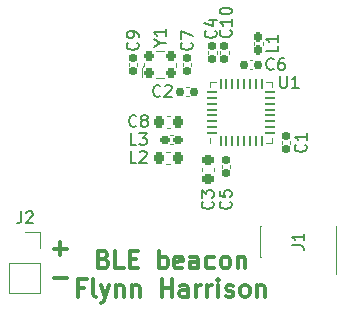
<source format=gto>
%TF.GenerationSoftware,KiCad,Pcbnew,(6.0.1)*%
%TF.CreationDate,2022-03-11T00:24:32+11:00*%
%TF.ProjectId,BLE_beacon,424c455f-6265-4616-936f-6e2e6b696361,rev?*%
%TF.SameCoordinates,PX7e67600PY5e0b320*%
%TF.FileFunction,Legend,Top*%
%TF.FilePolarity,Positive*%
%FSLAX46Y46*%
G04 Gerber Fmt 4.6, Leading zero omitted, Abs format (unit mm)*
G04 Created by KiCad (PCBNEW (6.0.1)) date 2022-03-11 00:24:32*
%MOMM*%
%LPD*%
G01*
G04 APERTURE LIST*
G04 Aperture macros list*
%AMRoundRect*
0 Rectangle with rounded corners*
0 $1 Rounding radius*
0 $2 $3 $4 $5 $6 $7 $8 $9 X,Y pos of 4 corners*
0 Add a 4 corners polygon primitive as box body*
4,1,4,$2,$3,$4,$5,$6,$7,$8,$9,$2,$3,0*
0 Add four circle primitives for the rounded corners*
1,1,$1+$1,$2,$3*
1,1,$1+$1,$4,$5*
1,1,$1+$1,$6,$7*
1,1,$1+$1,$8,$9*
0 Add four rect primitives between the rounded corners*
20,1,$1+$1,$2,$3,$4,$5,0*
20,1,$1+$1,$4,$5,$6,$7,0*
20,1,$1+$1,$6,$7,$8,$9,0*
20,1,$1+$1,$8,$9,$2,$3,0*%
G04 Aperture macros list end*
%ADD10C,0.300000*%
%ADD11C,0.150000*%
%ADD12C,0.120000*%
%ADD13RoundRect,0.062500X0.062500X-0.337500X0.062500X0.337500X-0.062500X0.337500X-0.062500X-0.337500X0*%
%ADD14RoundRect,0.062500X0.337500X-0.062500X0.337500X0.062500X-0.337500X0.062500X-0.337500X-0.062500X0*%
%ADD15R,3.600000X3.600000*%
%ADD16RoundRect,0.155000X-0.155000X0.212500X-0.155000X-0.212500X0.155000X-0.212500X0.155000X0.212500X0*%
%ADD17R,1.700000X1.700000*%
%ADD18O,1.700000X1.700000*%
%ADD19RoundRect,0.160000X-0.222500X-0.160000X0.222500X-0.160000X0.222500X0.160000X-0.222500X0.160000X0*%
%ADD20RoundRect,0.225000X0.225000X0.250000X-0.225000X0.250000X-0.225000X-0.250000X0.225000X-0.250000X0*%
%ADD21RoundRect,0.155000X0.212500X0.155000X-0.212500X0.155000X-0.212500X-0.155000X0.212500X-0.155000X0*%
%ADD22RoundRect,0.160000X-0.160000X0.222500X-0.160000X-0.222500X0.160000X-0.222500X0.160000X0.222500X0*%
%ADD23R,0.750000X2.100000*%
%ADD24RoundRect,0.218750X0.218750X0.256250X-0.218750X0.256250X-0.218750X-0.256250X0.218750X-0.256250X0*%
%ADD25C,0.700000*%
%ADD26C,4.400000*%
%ADD27RoundRect,0.155000X0.155000X-0.212500X0.155000X0.212500X-0.155000X0.212500X-0.155000X-0.212500X0*%
%ADD28RoundRect,0.200000X0.250000X-0.200000X0.250000X0.200000X-0.250000X0.200000X-0.250000X-0.200000X0*%
%ADD29RoundRect,0.225000X-0.250000X0.225000X-0.250000X-0.225000X0.250000X-0.225000X0.250000X0.225000X0*%
G04 APERTURE END LIST*
D10*
X6084571Y3304858D02*
X7227428Y3304858D01*
X6084571Y5804858D02*
X7227428Y5804858D01*
X6656000Y5233429D02*
X6656000Y6376286D01*
X10306000Y4926643D02*
X10520285Y4855215D01*
X10591714Y4783786D01*
X10663142Y4640929D01*
X10663142Y4426643D01*
X10591714Y4283786D01*
X10520285Y4212358D01*
X10377428Y4140929D01*
X9806000Y4140929D01*
X9806000Y5640929D01*
X10306000Y5640929D01*
X10448857Y5569500D01*
X10520285Y5498072D01*
X10591714Y5355215D01*
X10591714Y5212358D01*
X10520285Y5069500D01*
X10448857Y4998072D01*
X10306000Y4926643D01*
X9806000Y4926643D01*
X12020285Y4140929D02*
X11306000Y4140929D01*
X11306000Y5640929D01*
X12520285Y4926643D02*
X13020285Y4926643D01*
X13234571Y4140929D02*
X12520285Y4140929D01*
X12520285Y5640929D01*
X13234571Y5640929D01*
X15020285Y4140929D02*
X15020285Y5640929D01*
X15020285Y5069500D02*
X15163142Y5140929D01*
X15448857Y5140929D01*
X15591714Y5069500D01*
X15663142Y4998072D01*
X15734571Y4855215D01*
X15734571Y4426643D01*
X15663142Y4283786D01*
X15591714Y4212358D01*
X15448857Y4140929D01*
X15163142Y4140929D01*
X15020285Y4212358D01*
X16948857Y4212358D02*
X16806000Y4140929D01*
X16520285Y4140929D01*
X16377428Y4212358D01*
X16306000Y4355215D01*
X16306000Y4926643D01*
X16377428Y5069500D01*
X16520285Y5140929D01*
X16806000Y5140929D01*
X16948857Y5069500D01*
X17020285Y4926643D01*
X17020285Y4783786D01*
X16306000Y4640929D01*
X18306000Y4140929D02*
X18306000Y4926643D01*
X18234571Y5069500D01*
X18091714Y5140929D01*
X17806000Y5140929D01*
X17663142Y5069500D01*
X18306000Y4212358D02*
X18163142Y4140929D01*
X17806000Y4140929D01*
X17663142Y4212358D01*
X17591714Y4355215D01*
X17591714Y4498072D01*
X17663142Y4640929D01*
X17806000Y4712358D01*
X18163142Y4712358D01*
X18306000Y4783786D01*
X19663142Y4212358D02*
X19520285Y4140929D01*
X19234571Y4140929D01*
X19091714Y4212358D01*
X19020285Y4283786D01*
X18948857Y4426643D01*
X18948857Y4855215D01*
X19020285Y4998072D01*
X19091714Y5069500D01*
X19234571Y5140929D01*
X19520285Y5140929D01*
X19663142Y5069500D01*
X20520285Y4140929D02*
X20377428Y4212358D01*
X20306000Y4283786D01*
X20234571Y4426643D01*
X20234571Y4855215D01*
X20306000Y4998072D01*
X20377428Y5069500D01*
X20520285Y5140929D01*
X20734571Y5140929D01*
X20877428Y5069500D01*
X20948857Y4998072D01*
X21020285Y4855215D01*
X21020285Y4426643D01*
X20948857Y4283786D01*
X20877428Y4212358D01*
X20734571Y4140929D01*
X20520285Y4140929D01*
X21663142Y5140929D02*
X21663142Y4140929D01*
X21663142Y4998072D02*
X21734571Y5069500D01*
X21877428Y5140929D01*
X22091714Y5140929D01*
X22234571Y5069500D01*
X22306000Y4926643D01*
X22306000Y4140929D01*
X8663142Y2511643D02*
X8163142Y2511643D01*
X8163142Y1725929D02*
X8163142Y3225929D01*
X8877428Y3225929D01*
X9663142Y1725929D02*
X9520285Y1797358D01*
X9448857Y1940215D01*
X9448857Y3225929D01*
X10091714Y2725929D02*
X10448857Y1725929D01*
X10806000Y2725929D02*
X10448857Y1725929D01*
X10306000Y1368786D01*
X10234571Y1297358D01*
X10091714Y1225929D01*
X11377428Y2725929D02*
X11377428Y1725929D01*
X11377428Y2583072D02*
X11448857Y2654500D01*
X11591714Y2725929D01*
X11806000Y2725929D01*
X11948857Y2654500D01*
X12020285Y2511643D01*
X12020285Y1725929D01*
X12734571Y2725929D02*
X12734571Y1725929D01*
X12734571Y2583072D02*
X12806000Y2654500D01*
X12948857Y2725929D01*
X13163142Y2725929D01*
X13306000Y2654500D01*
X13377428Y2511643D01*
X13377428Y1725929D01*
X15234571Y1725929D02*
X15234571Y3225929D01*
X15234571Y2511643D02*
X16091714Y2511643D01*
X16091714Y1725929D02*
X16091714Y3225929D01*
X17448857Y1725929D02*
X17448857Y2511643D01*
X17377428Y2654500D01*
X17234571Y2725929D01*
X16948857Y2725929D01*
X16806000Y2654500D01*
X17448857Y1797358D02*
X17306000Y1725929D01*
X16948857Y1725929D01*
X16806000Y1797358D01*
X16734571Y1940215D01*
X16734571Y2083072D01*
X16806000Y2225929D01*
X16948857Y2297358D01*
X17306000Y2297358D01*
X17448857Y2368786D01*
X18163142Y1725929D02*
X18163142Y2725929D01*
X18163142Y2440215D02*
X18234571Y2583072D01*
X18306000Y2654500D01*
X18448857Y2725929D01*
X18591714Y2725929D01*
X19091714Y1725929D02*
X19091714Y2725929D01*
X19091714Y2440215D02*
X19163142Y2583072D01*
X19234571Y2654500D01*
X19377428Y2725929D01*
X19520285Y2725929D01*
X20020285Y1725929D02*
X20020285Y2725929D01*
X20020285Y3225929D02*
X19948857Y3154500D01*
X20020285Y3083072D01*
X20091714Y3154500D01*
X20020285Y3225929D01*
X20020285Y3083072D01*
X20663142Y1797358D02*
X20806000Y1725929D01*
X21091714Y1725929D01*
X21234571Y1797358D01*
X21306000Y1940215D01*
X21306000Y2011643D01*
X21234571Y2154500D01*
X21091714Y2225929D01*
X20877428Y2225929D01*
X20734571Y2297358D01*
X20663142Y2440215D01*
X20663142Y2511643D01*
X20734571Y2654500D01*
X20877428Y2725929D01*
X21091714Y2725929D01*
X21234571Y2654500D01*
X22163142Y1725929D02*
X22020285Y1797358D01*
X21948857Y1868786D01*
X21877428Y2011643D01*
X21877428Y2440215D01*
X21948857Y2583072D01*
X22020285Y2654500D01*
X22163142Y2725929D01*
X22377428Y2725929D01*
X22520285Y2654500D01*
X22591714Y2583072D01*
X22663142Y2440215D01*
X22663142Y2011643D01*
X22591714Y1868786D01*
X22520285Y1797358D01*
X22377428Y1725929D01*
X22163142Y1725929D01*
X23306000Y2725929D02*
X23306000Y1725929D01*
X23306000Y2583072D02*
X23377428Y2654500D01*
X23520285Y2725929D01*
X23734571Y2725929D01*
X23877428Y2654500D01*
X23948857Y2511643D01*
X23948857Y1725929D01*
D11*
%TO.C,U1*%
X25260095Y20419620D02*
X25260095Y19610096D01*
X25307714Y19514858D01*
X25355333Y19467239D01*
X25450571Y19419620D01*
X25641047Y19419620D01*
X25736285Y19467239D01*
X25783904Y19514858D01*
X25831523Y19610096D01*
X25831523Y20419620D01*
X26831523Y19419620D02*
X26260095Y19419620D01*
X26545809Y19419620D02*
X26545809Y20419620D01*
X26450571Y20276762D01*
X26355333Y20181524D01*
X26260095Y20133905D01*
%TO.C,C9*%
X13171142Y23261334D02*
X13218761Y23213715D01*
X13266380Y23070858D01*
X13266380Y22975620D01*
X13218761Y22832762D01*
X13123523Y22737524D01*
X13028285Y22689905D01*
X12837809Y22642286D01*
X12694952Y22642286D01*
X12504476Y22689905D01*
X12409238Y22737524D01*
X12314000Y22832762D01*
X12266380Y22975620D01*
X12266380Y23070858D01*
X12314000Y23213715D01*
X12361619Y23261334D01*
X13266380Y23737524D02*
X13266380Y23928000D01*
X13218761Y24023239D01*
X13171142Y24070858D01*
X13028285Y24166096D01*
X12837809Y24213715D01*
X12456857Y24213715D01*
X12361619Y24166096D01*
X12314000Y24118477D01*
X12266380Y24023239D01*
X12266380Y23832762D01*
X12314000Y23737524D01*
X12361619Y23689905D01*
X12456857Y23642286D01*
X12694952Y23642286D01*
X12790190Y23689905D01*
X12837809Y23737524D01*
X12885428Y23832762D01*
X12885428Y24023239D01*
X12837809Y24118477D01*
X12790190Y24166096D01*
X12694952Y24213715D01*
%TO.C,J2*%
X3322666Y8959620D02*
X3322666Y8245334D01*
X3275047Y8102477D01*
X3179809Y8007239D01*
X3036952Y7959620D01*
X2941714Y7959620D01*
X3751238Y8864381D02*
X3798857Y8912000D01*
X3894095Y8959620D01*
X4132190Y8959620D01*
X4227428Y8912000D01*
X4275047Y8864381D01*
X4322666Y8769143D01*
X4322666Y8673905D01*
X4275047Y8531048D01*
X3703619Y7959620D01*
X4322666Y7959620D01*
%TO.C,L3*%
X13085333Y14593620D02*
X12609142Y14593620D01*
X12609142Y15593620D01*
X13323428Y15593620D02*
X13942476Y15593620D01*
X13609142Y15212667D01*
X13752000Y15212667D01*
X13847238Y15165048D01*
X13894857Y15117429D01*
X13942476Y15022191D01*
X13942476Y14784096D01*
X13894857Y14688858D01*
X13847238Y14641239D01*
X13752000Y14593620D01*
X13466285Y14593620D01*
X13371047Y14641239D01*
X13323428Y14688858D01*
%TO.C,C5*%
X21045142Y9799334D02*
X21092761Y9751715D01*
X21140380Y9608858D01*
X21140380Y9513620D01*
X21092761Y9370762D01*
X20997523Y9275524D01*
X20902285Y9227905D01*
X20711809Y9180286D01*
X20568952Y9180286D01*
X20378476Y9227905D01*
X20283238Y9275524D01*
X20188000Y9370762D01*
X20140380Y9513620D01*
X20140380Y9608858D01*
X20188000Y9751715D01*
X20235619Y9799334D01*
X20140380Y10704096D02*
X20140380Y10227905D01*
X20616571Y10180286D01*
X20568952Y10227905D01*
X20521333Y10323143D01*
X20521333Y10561239D01*
X20568952Y10656477D01*
X20616571Y10704096D01*
X20711809Y10751715D01*
X20949904Y10751715D01*
X21045142Y10704096D01*
X21092761Y10656477D01*
X21140380Y10561239D01*
X21140380Y10323143D01*
X21092761Y10227905D01*
X21045142Y10180286D01*
%TO.C,C8*%
X13085333Y16212858D02*
X13037714Y16165239D01*
X12894857Y16117620D01*
X12799619Y16117620D01*
X12656761Y16165239D01*
X12561523Y16260477D01*
X12513904Y16355715D01*
X12466285Y16546191D01*
X12466285Y16689048D01*
X12513904Y16879524D01*
X12561523Y16974762D01*
X12656761Y17070000D01*
X12799619Y17117620D01*
X12894857Y17117620D01*
X13037714Y17070000D01*
X13085333Y17022381D01*
X13656761Y16689048D02*
X13561523Y16736667D01*
X13513904Y16784286D01*
X13466285Y16879524D01*
X13466285Y16927143D01*
X13513904Y17022381D01*
X13561523Y17070000D01*
X13656761Y17117620D01*
X13847238Y17117620D01*
X13942476Y17070000D01*
X13990095Y17022381D01*
X14037714Y16927143D01*
X14037714Y16879524D01*
X13990095Y16784286D01*
X13942476Y16736667D01*
X13847238Y16689048D01*
X13656761Y16689048D01*
X13561523Y16641429D01*
X13513904Y16593810D01*
X13466285Y16498572D01*
X13466285Y16308096D01*
X13513904Y16212858D01*
X13561523Y16165239D01*
X13656761Y16117620D01*
X13847238Y16117620D01*
X13942476Y16165239D01*
X13990095Y16212858D01*
X14037714Y16308096D01*
X14037714Y16498572D01*
X13990095Y16593810D01*
X13942476Y16641429D01*
X13847238Y16689048D01*
%TO.C,C2*%
X15117333Y18752858D02*
X15069714Y18705239D01*
X14926857Y18657620D01*
X14831619Y18657620D01*
X14688761Y18705239D01*
X14593523Y18800477D01*
X14545904Y18895715D01*
X14498285Y19086191D01*
X14498285Y19229048D01*
X14545904Y19419524D01*
X14593523Y19514762D01*
X14688761Y19610000D01*
X14831619Y19657620D01*
X14926857Y19657620D01*
X15069714Y19610000D01*
X15117333Y19562381D01*
X15498285Y19562381D02*
X15545904Y19610000D01*
X15641142Y19657620D01*
X15879238Y19657620D01*
X15974476Y19610000D01*
X16022095Y19562381D01*
X16069714Y19467143D01*
X16069714Y19371905D01*
X16022095Y19229048D01*
X15450666Y18657620D01*
X16069714Y18657620D01*
%TO.C,L1*%
X25034380Y23007334D02*
X25034380Y22531143D01*
X24034380Y22531143D01*
X25034380Y23864477D02*
X25034380Y23293048D01*
X25034380Y23578762D02*
X24034380Y23578762D01*
X24177238Y23483524D01*
X24272476Y23388286D01*
X24320095Y23293048D01*
%TO.C,J1*%
X26236380Y6076667D02*
X26950666Y6076667D01*
X27093523Y6029048D01*
X27188761Y5933810D01*
X27236380Y5790953D01*
X27236380Y5695715D01*
X27236380Y7076667D02*
X27236380Y6505239D01*
X27236380Y6790953D02*
X26236380Y6790953D01*
X26379238Y6695715D01*
X26474476Y6600477D01*
X26522095Y6505239D01*
%TO.C,C6*%
X24704333Y21038858D02*
X24656714Y20991239D01*
X24513857Y20943620D01*
X24418619Y20943620D01*
X24275761Y20991239D01*
X24180523Y21086477D01*
X24132904Y21181715D01*
X24085285Y21372191D01*
X24085285Y21515048D01*
X24132904Y21705524D01*
X24180523Y21800762D01*
X24275761Y21896000D01*
X24418619Y21943620D01*
X24513857Y21943620D01*
X24656714Y21896000D01*
X24704333Y21848381D01*
X25561476Y21943620D02*
X25371000Y21943620D01*
X25275761Y21896000D01*
X25228142Y21848381D01*
X25132904Y21705524D01*
X25085285Y21515048D01*
X25085285Y21134096D01*
X25132904Y21038858D01*
X25180523Y20991239D01*
X25275761Y20943620D01*
X25466238Y20943620D01*
X25561476Y20991239D01*
X25609095Y21038858D01*
X25656714Y21134096D01*
X25656714Y21372191D01*
X25609095Y21467429D01*
X25561476Y21515048D01*
X25466238Y21562667D01*
X25275761Y21562667D01*
X25180523Y21515048D01*
X25132904Y21467429D01*
X25085285Y21372191D01*
%TO.C,L2*%
X13085333Y13069620D02*
X12609142Y13069620D01*
X12609142Y14069620D01*
X13371047Y13974381D02*
X13418666Y14022000D01*
X13513904Y14069620D01*
X13752000Y14069620D01*
X13847238Y14022000D01*
X13894857Y13974381D01*
X13942476Y13879143D01*
X13942476Y13783905D01*
X13894857Y13641048D01*
X13323428Y13069620D01*
X13942476Y13069620D01*
%TO.C,C4*%
X19775142Y24277334D02*
X19822761Y24229715D01*
X19870380Y24086858D01*
X19870380Y23991620D01*
X19822761Y23848762D01*
X19727523Y23753524D01*
X19632285Y23705905D01*
X19441809Y23658286D01*
X19298952Y23658286D01*
X19108476Y23705905D01*
X19013238Y23753524D01*
X18918000Y23848762D01*
X18870380Y23991620D01*
X18870380Y24086858D01*
X18918000Y24229715D01*
X18965619Y24277334D01*
X19203714Y25134477D02*
X19870380Y25134477D01*
X18822761Y24896381D02*
X19537047Y24658286D01*
X19537047Y25277334D01*
%TO.C,C10*%
X21045142Y24309143D02*
X21092761Y24261524D01*
X21140380Y24118667D01*
X21140380Y24023429D01*
X21092761Y23880572D01*
X20997523Y23785334D01*
X20902285Y23737715D01*
X20711809Y23690096D01*
X20568952Y23690096D01*
X20378476Y23737715D01*
X20283238Y23785334D01*
X20188000Y23880572D01*
X20140380Y24023429D01*
X20140380Y24118667D01*
X20188000Y24261524D01*
X20235619Y24309143D01*
X21140380Y25261524D02*
X21140380Y24690096D01*
X21140380Y24975810D02*
X20140380Y24975810D01*
X20283238Y24880572D01*
X20378476Y24785334D01*
X20426095Y24690096D01*
X20140380Y25880572D02*
X20140380Y25975810D01*
X20188000Y26071048D01*
X20235619Y26118667D01*
X20330857Y26166286D01*
X20521333Y26213905D01*
X20759428Y26213905D01*
X20949904Y26166286D01*
X21045142Y26118667D01*
X21092761Y26071048D01*
X21140380Y25975810D01*
X21140380Y25880572D01*
X21092761Y25785334D01*
X21045142Y25737715D01*
X20949904Y25690096D01*
X20759428Y25642477D01*
X20521333Y25642477D01*
X20330857Y25690096D01*
X20235619Y25737715D01*
X20188000Y25785334D01*
X20140380Y25880572D01*
%TO.C,C7*%
X17743142Y23261334D02*
X17790761Y23213715D01*
X17838380Y23070858D01*
X17838380Y22975620D01*
X17790761Y22832762D01*
X17695523Y22737524D01*
X17600285Y22689905D01*
X17409809Y22642286D01*
X17266952Y22642286D01*
X17076476Y22689905D01*
X16981238Y22737524D01*
X16886000Y22832762D01*
X16838380Y22975620D01*
X16838380Y23070858D01*
X16886000Y23213715D01*
X16933619Y23261334D01*
X16838380Y23594667D02*
X16838380Y24261334D01*
X17838380Y23832762D01*
%TO.C,Y1*%
X15076190Y23205810D02*
X15552380Y23205810D01*
X14552380Y22872477D02*
X15076190Y23205810D01*
X14552380Y23539143D01*
X15552380Y24396286D02*
X15552380Y23824858D01*
X15552380Y24110572D02*
X14552380Y24110572D01*
X14695238Y24015334D01*
X14790476Y23920096D01*
X14838095Y23824858D01*
%TO.C,C3*%
X19521142Y9799334D02*
X19568761Y9751715D01*
X19616380Y9608858D01*
X19616380Y9513620D01*
X19568761Y9370762D01*
X19473523Y9275524D01*
X19378285Y9227905D01*
X19187809Y9180286D01*
X19044952Y9180286D01*
X18854476Y9227905D01*
X18759238Y9275524D01*
X18664000Y9370762D01*
X18616380Y9513620D01*
X18616380Y9608858D01*
X18664000Y9751715D01*
X18711619Y9799334D01*
X18616380Y10132667D02*
X18616380Y10751715D01*
X18997333Y10418381D01*
X18997333Y10561239D01*
X19044952Y10656477D01*
X19092571Y10704096D01*
X19187809Y10751715D01*
X19425904Y10751715D01*
X19521142Y10704096D01*
X19568761Y10656477D01*
X19616380Y10561239D01*
X19616380Y10275524D01*
X19568761Y10180286D01*
X19521142Y10132667D01*
%TO.C,C1*%
X27395142Y14625334D02*
X27442761Y14577715D01*
X27490380Y14434858D01*
X27490380Y14339620D01*
X27442761Y14196762D01*
X27347523Y14101524D01*
X27252285Y14053905D01*
X27061809Y14006286D01*
X26918952Y14006286D01*
X26728476Y14053905D01*
X26633238Y14101524D01*
X26538000Y14196762D01*
X26490380Y14339620D01*
X26490380Y14434858D01*
X26538000Y14577715D01*
X26585619Y14625334D01*
X27490380Y15577715D02*
X27490380Y15006286D01*
X27490380Y15292000D02*
X26490380Y15292000D01*
X26633238Y15196762D01*
X26728476Y15101524D01*
X26776095Y15006286D01*
D12*
%TO.C,U1*%
X24568000Y19942000D02*
X24093000Y19942000D01*
X24568000Y19467000D02*
X24568000Y19942000D01*
X19348000Y19467000D02*
X19348000Y19942000D01*
X24568000Y14722000D02*
X24093000Y14722000D01*
X19348000Y15197000D02*
X19348000Y14722000D01*
X24568000Y15197000D02*
X24568000Y14722000D01*
X19348000Y19942000D02*
X19823000Y19942000D01*
%TO.C,C9*%
X12454000Y21511835D02*
X12454000Y21280165D01*
X13174000Y21511835D02*
X13174000Y21280165D01*
%TO.C,J2*%
X2295000Y4612000D02*
X2295000Y2012000D01*
X2295000Y4612000D02*
X4955000Y4612000D01*
X4955000Y4612000D02*
X4955000Y2012000D01*
X4955000Y7212000D02*
X4955000Y5882000D01*
X3625000Y7212000D02*
X4955000Y7212000D01*
X2295000Y2012000D02*
X4955000Y2012000D01*
%TO.C,L3*%
X15945800Y14686000D02*
X16146200Y14686000D01*
X15945800Y15406000D02*
X16146200Y15406000D01*
%TO.C,C5*%
X21048000Y12875835D02*
X21048000Y12644165D01*
X20328000Y12875835D02*
X20328000Y12644165D01*
%TO.C,C8*%
X15932580Y17080000D02*
X15651420Y17080000D01*
X15932580Y16060000D02*
X15651420Y16060000D01*
%TO.C,C2*%
X17501835Y18750000D02*
X17270165Y18750000D01*
X17501835Y19470000D02*
X17270165Y19470000D01*
%TO.C,L1*%
X23052000Y23274200D02*
X23052000Y23073800D01*
X23772000Y23274200D02*
X23772000Y23073800D01*
%TO.C,J1*%
X23609000Y7740000D02*
X23549000Y7740000D01*
X23549000Y7740000D02*
X23549000Y5080000D01*
X23609000Y5080000D02*
X23549000Y5080000D01*
X30019000Y5080000D02*
X29959000Y5080000D01*
X29959000Y5080000D02*
X29959000Y3620000D01*
X30019000Y7740000D02*
X29959000Y7740000D01*
X30019000Y7740000D02*
X30019000Y5080000D01*
%TO.C,C6*%
X22895335Y21756000D02*
X22663665Y21756000D01*
X22895335Y21036000D02*
X22663665Y21036000D01*
%TO.C,L2*%
X15954779Y14032000D02*
X15629221Y14032000D01*
X15954779Y13012000D02*
X15629221Y13012000D01*
%TO.C,C4*%
X19888000Y22296165D02*
X19888000Y22527835D01*
X19168000Y22296165D02*
X19168000Y22527835D01*
%TO.C,C10*%
X20904000Y22296165D02*
X20904000Y22527835D01*
X20184000Y22296165D02*
X20184000Y22527835D01*
%TO.C,C7*%
X17026000Y21511835D02*
X17026000Y21280165D01*
X17746000Y21511835D02*
X17746000Y21280165D01*
%TO.C,Y1*%
X13740000Y21236000D02*
X13740000Y21566000D01*
X16460000Y21226000D02*
X16460000Y21566000D01*
X15420000Y20286000D02*
X14780000Y20286000D01*
X15420000Y22506000D02*
X14780000Y22506000D01*
X13540000Y21016000D02*
X13540000Y20326000D01*
X13740000Y21236001D02*
G75*
G03*
X13540000Y21016000I120002J-310002D01*
G01*
%TO.C,C3*%
X18654000Y12646580D02*
X18654000Y12365420D01*
X19674000Y12646580D02*
X19674000Y12365420D01*
%TO.C,C1*%
X25408000Y14907835D02*
X25408000Y14676165D01*
X26128000Y14907835D02*
X26128000Y14676165D01*
%TD*%
%LPC*%
D13*
%TO.C,U1*%
X20208000Y14882000D03*
X20708000Y14882000D03*
X21208000Y14882000D03*
X21708000Y14882000D03*
X22208000Y14882000D03*
X22708000Y14882000D03*
X23208000Y14882000D03*
X23708000Y14882000D03*
D14*
X24408000Y15582000D03*
X24408000Y16082000D03*
X24408000Y16582000D03*
X24408000Y17082000D03*
X24408000Y17582000D03*
X24408000Y18082000D03*
X24408000Y18582000D03*
X24408000Y19082000D03*
D13*
X23708000Y19782000D03*
X23208000Y19782000D03*
X22708000Y19782000D03*
X22208000Y19782000D03*
X21708000Y19782000D03*
X21208000Y19782000D03*
X20708000Y19782000D03*
X20208000Y19782000D03*
D14*
X19508000Y19082000D03*
X19508000Y18582000D03*
X19508000Y18082000D03*
X19508000Y17582000D03*
X19508000Y17082000D03*
X19508000Y16582000D03*
X19508000Y16082000D03*
X19508000Y15582000D03*
D15*
X21958000Y17332000D03*
%TD*%
D16*
%TO.C,C9*%
X12814000Y21963500D03*
X12814000Y20828500D03*
%TD*%
D17*
%TO.C,J2*%
X3625000Y5882000D03*
D18*
X3625000Y3342000D03*
%TD*%
D19*
%TO.C,L3*%
X15473500Y15046000D03*
X16618500Y15046000D03*
%TD*%
D16*
%TO.C,C5*%
X20688000Y13327500D03*
X20688000Y12192500D03*
%TD*%
D20*
%TO.C,C8*%
X16567000Y16570000D03*
X15017000Y16570000D03*
%TD*%
D21*
%TO.C,C2*%
X17953500Y19110000D03*
X16818500Y19110000D03*
%TD*%
D22*
%TO.C,L1*%
X23412000Y23746500D03*
X23412000Y22601500D03*
%TD*%
D23*
%TO.C,J1*%
X29324000Y4610000D03*
X29324000Y8210000D03*
X28054000Y4610000D03*
X28054000Y8210000D03*
X26784000Y4610000D03*
X26784000Y8210000D03*
X25514000Y4610000D03*
X25514000Y8210000D03*
X24244000Y4610000D03*
X24244000Y8210000D03*
%TD*%
D21*
%TO.C,C6*%
X23347000Y21396000D03*
X22212000Y21396000D03*
%TD*%
D24*
%TO.C,L2*%
X16579500Y13522000D03*
X15004500Y13522000D03*
%TD*%
D25*
%TO.C,REF\u002A\u002A*%
X36238000Y28000000D03*
X33421274Y29166726D03*
X34588000Y26350000D03*
X35754726Y26833274D03*
X35754726Y29166726D03*
X32938000Y28000000D03*
X34588000Y29650000D03*
D26*
X34588000Y28000000D03*
D25*
X33421274Y26833274D03*
%TD*%
D27*
%TO.C,C4*%
X19528000Y21844500D03*
X19528000Y22979500D03*
%TD*%
%TO.C,C10*%
X20544000Y21844500D03*
X20544000Y22979500D03*
%TD*%
D25*
%TO.C,REF\u002A\u002A*%
X5250000Y28000000D03*
X2433274Y26833274D03*
X3600000Y26350000D03*
X2433274Y29166726D03*
D26*
X3600000Y28000000D03*
D25*
X3600000Y29650000D03*
X1950000Y28000000D03*
X4766726Y29166726D03*
X4766726Y26833274D03*
%TD*%
D16*
%TO.C,C7*%
X17386000Y21963500D03*
X17386000Y20828500D03*
%TD*%
D28*
%TO.C,Y1*%
X14175000Y20671000D03*
X16025000Y20671000D03*
X16025000Y22121000D03*
X14175000Y22121000D03*
%TD*%
D29*
%TO.C,C3*%
X19164000Y13281000D03*
X19164000Y11731000D03*
%TD*%
D16*
%TO.C,C1*%
X25768000Y15359500D03*
X25768000Y14224500D03*
%TD*%
D25*
%TO.C,REF\u002A\u002A*%
X33421274Y4782726D03*
X36238000Y3616000D03*
X35754726Y4782726D03*
X34588000Y1966000D03*
X33421274Y2449274D03*
X35754726Y2449274D03*
X34588000Y5266000D03*
X32938000Y3616000D03*
D26*
X34588000Y3616000D03*
%TD*%
M02*

</source>
